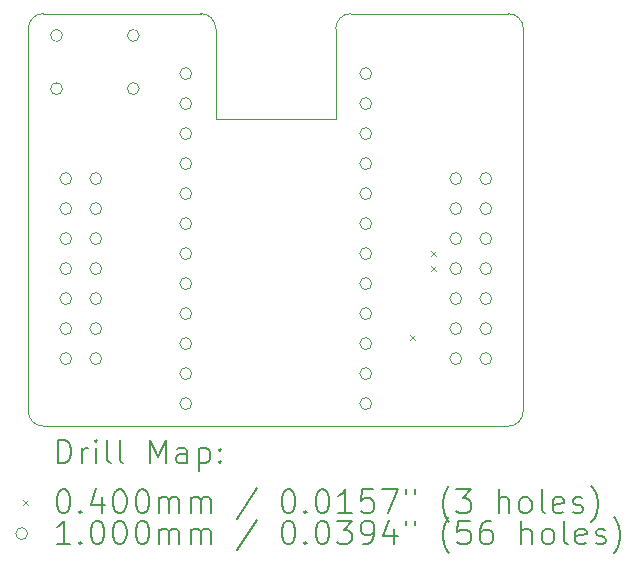
<source format=gbr>
%TF.GenerationSoftware,KiCad,Pcbnew,(6.0.10-0)*%
%TF.CreationDate,2023-01-12T22:41:01+08:00*%
%TF.ProjectId,Control,436f6e74-726f-46c2-9e6b-696361645f70,V3.2.2*%
%TF.SameCoordinates,PX7df6180PY32de760*%
%TF.FileFunction,Drillmap*%
%TF.FilePolarity,Positive*%
%FSLAX45Y45*%
G04 Gerber Fmt 4.5, Leading zero omitted, Abs format (unit mm)*
G04 Created by KiCad (PCBNEW (6.0.10-0)) date 2023-01-12 22:41:01*
%MOMM*%
%LPD*%
G01*
G04 APERTURE LIST*
%ADD10C,0.120000*%
%ADD11C,0.200000*%
%ADD12C,0.040000*%
%ADD13C,0.100000*%
G04 APERTURE END LIST*
D10*
X1270000Y-381000D02*
X254000Y-381000D01*
X2730500Y-2984500D02*
X-1206500Y-2984500D01*
X-1333500Y-2857500D02*
X-1333500Y381000D01*
X1397000Y508000D02*
G75*
G03*
X1270000Y381000I0J-127000D01*
G01*
X2857500Y381000D02*
G75*
G03*
X2730500Y508000I-127000J0D01*
G01*
X-1333500Y-2857500D02*
G75*
G03*
X-1206500Y-2984500I127000J0D01*
G01*
X1270000Y381000D02*
X1270000Y-381000D01*
X2730500Y-2984500D02*
G75*
G03*
X2857500Y-2857500I0J127000D01*
G01*
X-1206500Y508000D02*
G75*
G03*
X-1333500Y381000I0J-127000D01*
G01*
X254000Y-381000D02*
X254000Y381000D01*
X1397000Y508000D02*
X2730500Y508000D01*
X2857500Y381000D02*
X2857500Y-2857500D01*
X254000Y381000D02*
G75*
G03*
X127000Y508000I-127000J0D01*
G01*
X127000Y508000D02*
X-1206500Y508000D01*
D11*
D12*
X1896951Y-2211450D02*
X1936951Y-2251450D01*
X1936951Y-2211450D02*
X1896951Y-2251450D01*
X2075500Y-1504000D02*
X2115500Y-1544000D01*
X2115500Y-1504000D02*
X2075500Y-1544000D01*
X2075500Y-1631000D02*
X2115500Y-1671000D01*
X2115500Y-1631000D02*
X2075500Y-1671000D01*
D13*
X-1044500Y323000D02*
G75*
G03*
X-1044500Y323000I-50000J0D01*
G01*
X-1044500Y-127000D02*
G75*
G03*
X-1044500Y-127000I-50000J0D01*
G01*
X-966000Y-889000D02*
G75*
G03*
X-966000Y-889000I-50000J0D01*
G01*
X-966000Y-1143000D02*
G75*
G03*
X-966000Y-1143000I-50000J0D01*
G01*
X-966000Y-1397000D02*
G75*
G03*
X-966000Y-1397000I-50000J0D01*
G01*
X-966000Y-1651000D02*
G75*
G03*
X-966000Y-1651000I-50000J0D01*
G01*
X-966000Y-1905000D02*
G75*
G03*
X-966000Y-1905000I-50000J0D01*
G01*
X-966000Y-2159000D02*
G75*
G03*
X-966000Y-2159000I-50000J0D01*
G01*
X-966000Y-2413000D02*
G75*
G03*
X-966000Y-2413000I-50000J0D01*
G01*
X-712000Y-889000D02*
G75*
G03*
X-712000Y-889000I-50000J0D01*
G01*
X-712000Y-1143000D02*
G75*
G03*
X-712000Y-1143000I-50000J0D01*
G01*
X-712000Y-1397000D02*
G75*
G03*
X-712000Y-1397000I-50000J0D01*
G01*
X-712000Y-1651000D02*
G75*
G03*
X-712000Y-1651000I-50000J0D01*
G01*
X-712000Y-1905000D02*
G75*
G03*
X-712000Y-1905000I-50000J0D01*
G01*
X-712000Y-2159000D02*
G75*
G03*
X-712000Y-2159000I-50000J0D01*
G01*
X-712000Y-2413000D02*
G75*
G03*
X-712000Y-2413000I-50000J0D01*
G01*
X-394500Y323000D02*
G75*
G03*
X-394500Y323000I-50000J0D01*
G01*
X-394500Y-127000D02*
G75*
G03*
X-394500Y-127000I-50000J0D01*
G01*
X50000Y0D02*
G75*
G03*
X50000Y0I-50000J0D01*
G01*
X50000Y-254000D02*
G75*
G03*
X50000Y-254000I-50000J0D01*
G01*
X50000Y-508000D02*
G75*
G03*
X50000Y-508000I-50000J0D01*
G01*
X50000Y-762000D02*
G75*
G03*
X50000Y-762000I-50000J0D01*
G01*
X50000Y-1016000D02*
G75*
G03*
X50000Y-1016000I-50000J0D01*
G01*
X50000Y-1270000D02*
G75*
G03*
X50000Y-1270000I-50000J0D01*
G01*
X50000Y-1524000D02*
G75*
G03*
X50000Y-1524000I-50000J0D01*
G01*
X50000Y-1778000D02*
G75*
G03*
X50000Y-1778000I-50000J0D01*
G01*
X50000Y-2032000D02*
G75*
G03*
X50000Y-2032000I-50000J0D01*
G01*
X50000Y-2286000D02*
G75*
G03*
X50000Y-2286000I-50000J0D01*
G01*
X50000Y-2540000D02*
G75*
G03*
X50000Y-2540000I-50000J0D01*
G01*
X50000Y-2794000D02*
G75*
G03*
X50000Y-2794000I-50000J0D01*
G01*
X1574000Y0D02*
G75*
G03*
X1574000Y0I-50000J0D01*
G01*
X1574000Y-254000D02*
G75*
G03*
X1574000Y-254000I-50000J0D01*
G01*
X1574000Y-508000D02*
G75*
G03*
X1574000Y-508000I-50000J0D01*
G01*
X1574000Y-762000D02*
G75*
G03*
X1574000Y-762000I-50000J0D01*
G01*
X1574000Y-1016000D02*
G75*
G03*
X1574000Y-1016000I-50000J0D01*
G01*
X1574000Y-1270000D02*
G75*
G03*
X1574000Y-1270000I-50000J0D01*
G01*
X1574000Y-1524000D02*
G75*
G03*
X1574000Y-1524000I-50000J0D01*
G01*
X1574000Y-1778000D02*
G75*
G03*
X1574000Y-1778000I-50000J0D01*
G01*
X1574000Y-2032000D02*
G75*
G03*
X1574000Y-2032000I-50000J0D01*
G01*
X1574000Y-2286000D02*
G75*
G03*
X1574000Y-2286000I-50000J0D01*
G01*
X1574000Y-2540000D02*
G75*
G03*
X1574000Y-2540000I-50000J0D01*
G01*
X1574000Y-2794000D02*
G75*
G03*
X1574000Y-2794000I-50000J0D01*
G01*
X2336000Y-889000D02*
G75*
G03*
X2336000Y-889000I-50000J0D01*
G01*
X2336000Y-1143000D02*
G75*
G03*
X2336000Y-1143000I-50000J0D01*
G01*
X2336000Y-1397000D02*
G75*
G03*
X2336000Y-1397000I-50000J0D01*
G01*
X2336000Y-1651000D02*
G75*
G03*
X2336000Y-1651000I-50000J0D01*
G01*
X2336000Y-1905000D02*
G75*
G03*
X2336000Y-1905000I-50000J0D01*
G01*
X2336000Y-2159000D02*
G75*
G03*
X2336000Y-2159000I-50000J0D01*
G01*
X2336000Y-2413000D02*
G75*
G03*
X2336000Y-2413000I-50000J0D01*
G01*
X2590000Y-889000D02*
G75*
G03*
X2590000Y-889000I-50000J0D01*
G01*
X2590000Y-1143000D02*
G75*
G03*
X2590000Y-1143000I-50000J0D01*
G01*
X2590000Y-1397000D02*
G75*
G03*
X2590000Y-1397000I-50000J0D01*
G01*
X2590000Y-1651000D02*
G75*
G03*
X2590000Y-1651000I-50000J0D01*
G01*
X2590000Y-1905000D02*
G75*
G03*
X2590000Y-1905000I-50000J0D01*
G01*
X2590000Y-2159000D02*
G75*
G03*
X2590000Y-2159000I-50000J0D01*
G01*
X2590000Y-2413000D02*
G75*
G03*
X2590000Y-2413000I-50000J0D01*
G01*
D11*
X-1081881Y-3300976D02*
X-1081881Y-3100976D01*
X-1034262Y-3100976D01*
X-1005690Y-3110500D01*
X-986643Y-3129548D01*
X-977119Y-3148595D01*
X-967595Y-3186690D01*
X-967595Y-3215262D01*
X-977119Y-3253357D01*
X-986643Y-3272405D01*
X-1005690Y-3291452D01*
X-1034262Y-3300976D01*
X-1081881Y-3300976D01*
X-881881Y-3300976D02*
X-881881Y-3167643D01*
X-881881Y-3205738D02*
X-872357Y-3186690D01*
X-862833Y-3177167D01*
X-843786Y-3167643D01*
X-824738Y-3167643D01*
X-758071Y-3300976D02*
X-758071Y-3167643D01*
X-758071Y-3100976D02*
X-767595Y-3110500D01*
X-758071Y-3120024D01*
X-748548Y-3110500D01*
X-758071Y-3100976D01*
X-758071Y-3120024D01*
X-634262Y-3300976D02*
X-653310Y-3291452D01*
X-662833Y-3272405D01*
X-662833Y-3100976D01*
X-529500Y-3300976D02*
X-548548Y-3291452D01*
X-558072Y-3272405D01*
X-558072Y-3100976D01*
X-300929Y-3300976D02*
X-300929Y-3100976D01*
X-234262Y-3243833D01*
X-167595Y-3100976D01*
X-167595Y-3300976D01*
X13357Y-3300976D02*
X13357Y-3196214D01*
X3833Y-3177167D01*
X-15214Y-3167643D01*
X-53310Y-3167643D01*
X-72357Y-3177167D01*
X13357Y-3291452D02*
X-5690Y-3300976D01*
X-53310Y-3300976D01*
X-72357Y-3291452D01*
X-81881Y-3272405D01*
X-81881Y-3253357D01*
X-72357Y-3234309D01*
X-53310Y-3224786D01*
X-5690Y-3224786D01*
X13357Y-3215262D01*
X108595Y-3167643D02*
X108595Y-3367643D01*
X108595Y-3177167D02*
X127643Y-3167643D01*
X165738Y-3167643D01*
X184786Y-3177167D01*
X194309Y-3186690D01*
X203833Y-3205738D01*
X203833Y-3262881D01*
X194309Y-3281928D01*
X184786Y-3291452D01*
X165738Y-3300976D01*
X127643Y-3300976D01*
X108595Y-3291452D01*
X289548Y-3281928D02*
X299071Y-3291452D01*
X289548Y-3300976D01*
X280024Y-3291452D01*
X289548Y-3281928D01*
X289548Y-3300976D01*
X289548Y-3177167D02*
X299071Y-3186690D01*
X289548Y-3196214D01*
X280024Y-3186690D01*
X289548Y-3177167D01*
X289548Y-3196214D01*
D12*
X-1379500Y-3610500D02*
X-1339500Y-3650500D01*
X-1339500Y-3610500D02*
X-1379500Y-3650500D01*
D11*
X-1043786Y-3520976D02*
X-1024738Y-3520976D01*
X-1005690Y-3530500D01*
X-996167Y-3540024D01*
X-986643Y-3559071D01*
X-977119Y-3597167D01*
X-977119Y-3644786D01*
X-986643Y-3682881D01*
X-996167Y-3701928D01*
X-1005690Y-3711452D01*
X-1024738Y-3720976D01*
X-1043786Y-3720976D01*
X-1062833Y-3711452D01*
X-1072357Y-3701928D01*
X-1081881Y-3682881D01*
X-1091405Y-3644786D01*
X-1091405Y-3597167D01*
X-1081881Y-3559071D01*
X-1072357Y-3540024D01*
X-1062833Y-3530500D01*
X-1043786Y-3520976D01*
X-891405Y-3701928D02*
X-881881Y-3711452D01*
X-891405Y-3720976D01*
X-900929Y-3711452D01*
X-891405Y-3701928D01*
X-891405Y-3720976D01*
X-710452Y-3587643D02*
X-710452Y-3720976D01*
X-758071Y-3511452D02*
X-805690Y-3654309D01*
X-681881Y-3654309D01*
X-567595Y-3520976D02*
X-548548Y-3520976D01*
X-529500Y-3530500D01*
X-519976Y-3540024D01*
X-510452Y-3559071D01*
X-500929Y-3597167D01*
X-500929Y-3644786D01*
X-510452Y-3682881D01*
X-519976Y-3701928D01*
X-529500Y-3711452D01*
X-548548Y-3720976D01*
X-567595Y-3720976D01*
X-586643Y-3711452D01*
X-596167Y-3701928D01*
X-605691Y-3682881D01*
X-615214Y-3644786D01*
X-615214Y-3597167D01*
X-605691Y-3559071D01*
X-596167Y-3540024D01*
X-586643Y-3530500D01*
X-567595Y-3520976D01*
X-377119Y-3520976D02*
X-358071Y-3520976D01*
X-339024Y-3530500D01*
X-329500Y-3540024D01*
X-319976Y-3559071D01*
X-310452Y-3597167D01*
X-310452Y-3644786D01*
X-319976Y-3682881D01*
X-329500Y-3701928D01*
X-339024Y-3711452D01*
X-358071Y-3720976D01*
X-377119Y-3720976D01*
X-396167Y-3711452D01*
X-405690Y-3701928D01*
X-415214Y-3682881D01*
X-424738Y-3644786D01*
X-424738Y-3597167D01*
X-415214Y-3559071D01*
X-405690Y-3540024D01*
X-396167Y-3530500D01*
X-377119Y-3520976D01*
X-224738Y-3720976D02*
X-224738Y-3587643D01*
X-224738Y-3606690D02*
X-215214Y-3597167D01*
X-196167Y-3587643D01*
X-167595Y-3587643D01*
X-148548Y-3597167D01*
X-139024Y-3616214D01*
X-139024Y-3720976D01*
X-139024Y-3616214D02*
X-129500Y-3597167D01*
X-110452Y-3587643D01*
X-81881Y-3587643D01*
X-62833Y-3597167D01*
X-53310Y-3616214D01*
X-53310Y-3720976D01*
X41929Y-3720976D02*
X41929Y-3587643D01*
X41929Y-3606690D02*
X51452Y-3597167D01*
X70500Y-3587643D01*
X99071Y-3587643D01*
X118119Y-3597167D01*
X127643Y-3616214D01*
X127643Y-3720976D01*
X127643Y-3616214D02*
X137167Y-3597167D01*
X156214Y-3587643D01*
X184786Y-3587643D01*
X203833Y-3597167D01*
X213357Y-3616214D01*
X213357Y-3720976D01*
X603833Y-3511452D02*
X432405Y-3768595D01*
X860976Y-3520976D02*
X880024Y-3520976D01*
X899071Y-3530500D01*
X908595Y-3540024D01*
X918119Y-3559071D01*
X927643Y-3597167D01*
X927643Y-3644786D01*
X918119Y-3682881D01*
X908595Y-3701928D01*
X899071Y-3711452D01*
X880024Y-3720976D01*
X860976Y-3720976D01*
X841928Y-3711452D01*
X832405Y-3701928D01*
X822881Y-3682881D01*
X813357Y-3644786D01*
X813357Y-3597167D01*
X822881Y-3559071D01*
X832405Y-3540024D01*
X841928Y-3530500D01*
X860976Y-3520976D01*
X1013357Y-3701928D02*
X1022881Y-3711452D01*
X1013357Y-3720976D01*
X1003833Y-3711452D01*
X1013357Y-3701928D01*
X1013357Y-3720976D01*
X1146690Y-3520976D02*
X1165738Y-3520976D01*
X1184786Y-3530500D01*
X1194310Y-3540024D01*
X1203833Y-3559071D01*
X1213357Y-3597167D01*
X1213357Y-3644786D01*
X1203833Y-3682881D01*
X1194310Y-3701928D01*
X1184786Y-3711452D01*
X1165738Y-3720976D01*
X1146690Y-3720976D01*
X1127643Y-3711452D01*
X1118119Y-3701928D01*
X1108595Y-3682881D01*
X1099071Y-3644786D01*
X1099071Y-3597167D01*
X1108595Y-3559071D01*
X1118119Y-3540024D01*
X1127643Y-3530500D01*
X1146690Y-3520976D01*
X1403833Y-3720976D02*
X1289548Y-3720976D01*
X1346690Y-3720976D02*
X1346690Y-3520976D01*
X1327643Y-3549548D01*
X1308595Y-3568595D01*
X1289548Y-3578119D01*
X1584786Y-3520976D02*
X1489548Y-3520976D01*
X1480024Y-3616214D01*
X1489548Y-3606690D01*
X1508595Y-3597167D01*
X1556214Y-3597167D01*
X1575262Y-3606690D01*
X1584786Y-3616214D01*
X1594309Y-3635262D01*
X1594309Y-3682881D01*
X1584786Y-3701928D01*
X1575262Y-3711452D01*
X1556214Y-3720976D01*
X1508595Y-3720976D01*
X1489548Y-3711452D01*
X1480024Y-3701928D01*
X1660976Y-3520976D02*
X1794309Y-3520976D01*
X1708595Y-3720976D01*
X1860976Y-3520976D02*
X1860976Y-3559071D01*
X1937167Y-3520976D02*
X1937167Y-3559071D01*
X2232405Y-3797167D02*
X2222881Y-3787643D01*
X2203833Y-3759071D01*
X2194310Y-3740024D01*
X2184786Y-3711452D01*
X2175262Y-3663833D01*
X2175262Y-3625738D01*
X2184786Y-3578119D01*
X2194310Y-3549548D01*
X2203833Y-3530500D01*
X2222881Y-3501928D01*
X2232405Y-3492405D01*
X2289548Y-3520976D02*
X2413357Y-3520976D01*
X2346690Y-3597167D01*
X2375262Y-3597167D01*
X2394310Y-3606690D01*
X2403833Y-3616214D01*
X2413357Y-3635262D01*
X2413357Y-3682881D01*
X2403833Y-3701928D01*
X2394310Y-3711452D01*
X2375262Y-3720976D01*
X2318119Y-3720976D01*
X2299071Y-3711452D01*
X2289548Y-3701928D01*
X2651452Y-3720976D02*
X2651452Y-3520976D01*
X2737167Y-3720976D02*
X2737167Y-3616214D01*
X2727643Y-3597167D01*
X2708595Y-3587643D01*
X2680024Y-3587643D01*
X2660976Y-3597167D01*
X2651452Y-3606690D01*
X2860976Y-3720976D02*
X2841928Y-3711452D01*
X2832405Y-3701928D01*
X2822881Y-3682881D01*
X2822881Y-3625738D01*
X2832405Y-3606690D01*
X2841928Y-3597167D01*
X2860976Y-3587643D01*
X2889548Y-3587643D01*
X2908595Y-3597167D01*
X2918119Y-3606690D01*
X2927643Y-3625738D01*
X2927643Y-3682881D01*
X2918119Y-3701928D01*
X2908595Y-3711452D01*
X2889548Y-3720976D01*
X2860976Y-3720976D01*
X3041928Y-3720976D02*
X3022881Y-3711452D01*
X3013357Y-3692405D01*
X3013357Y-3520976D01*
X3194309Y-3711452D02*
X3175262Y-3720976D01*
X3137167Y-3720976D01*
X3118119Y-3711452D01*
X3108595Y-3692405D01*
X3108595Y-3616214D01*
X3118119Y-3597167D01*
X3137167Y-3587643D01*
X3175262Y-3587643D01*
X3194309Y-3597167D01*
X3203833Y-3616214D01*
X3203833Y-3635262D01*
X3108595Y-3654309D01*
X3280024Y-3711452D02*
X3299071Y-3720976D01*
X3337167Y-3720976D01*
X3356214Y-3711452D01*
X3365738Y-3692405D01*
X3365738Y-3682881D01*
X3356214Y-3663833D01*
X3337167Y-3654309D01*
X3308595Y-3654309D01*
X3289548Y-3644786D01*
X3280024Y-3625738D01*
X3280024Y-3616214D01*
X3289548Y-3597167D01*
X3308595Y-3587643D01*
X3337167Y-3587643D01*
X3356214Y-3597167D01*
X3432405Y-3797167D02*
X3441928Y-3787643D01*
X3460976Y-3759071D01*
X3470500Y-3740024D01*
X3480024Y-3711452D01*
X3489548Y-3663833D01*
X3489548Y-3625738D01*
X3480024Y-3578119D01*
X3470500Y-3549548D01*
X3460976Y-3530500D01*
X3441928Y-3501928D01*
X3432405Y-3492405D01*
D13*
X-1339500Y-3894500D02*
G75*
G03*
X-1339500Y-3894500I-50000J0D01*
G01*
D11*
X-977119Y-3984976D02*
X-1091405Y-3984976D01*
X-1034262Y-3984976D02*
X-1034262Y-3784976D01*
X-1053310Y-3813548D01*
X-1072357Y-3832595D01*
X-1091405Y-3842119D01*
X-891405Y-3965928D02*
X-881881Y-3975452D01*
X-891405Y-3984976D01*
X-900929Y-3975452D01*
X-891405Y-3965928D01*
X-891405Y-3984976D01*
X-758071Y-3784976D02*
X-739024Y-3784976D01*
X-719976Y-3794500D01*
X-710452Y-3804024D01*
X-700929Y-3823071D01*
X-691405Y-3861167D01*
X-691405Y-3908786D01*
X-700929Y-3946881D01*
X-710452Y-3965928D01*
X-719976Y-3975452D01*
X-739024Y-3984976D01*
X-758071Y-3984976D01*
X-777119Y-3975452D01*
X-786643Y-3965928D01*
X-796167Y-3946881D01*
X-805690Y-3908786D01*
X-805690Y-3861167D01*
X-796167Y-3823071D01*
X-786643Y-3804024D01*
X-777119Y-3794500D01*
X-758071Y-3784976D01*
X-567595Y-3784976D02*
X-548548Y-3784976D01*
X-529500Y-3794500D01*
X-519976Y-3804024D01*
X-510452Y-3823071D01*
X-500929Y-3861167D01*
X-500929Y-3908786D01*
X-510452Y-3946881D01*
X-519976Y-3965928D01*
X-529500Y-3975452D01*
X-548548Y-3984976D01*
X-567595Y-3984976D01*
X-586643Y-3975452D01*
X-596167Y-3965928D01*
X-605691Y-3946881D01*
X-615214Y-3908786D01*
X-615214Y-3861167D01*
X-605691Y-3823071D01*
X-596167Y-3804024D01*
X-586643Y-3794500D01*
X-567595Y-3784976D01*
X-377119Y-3784976D02*
X-358071Y-3784976D01*
X-339024Y-3794500D01*
X-329500Y-3804024D01*
X-319976Y-3823071D01*
X-310452Y-3861167D01*
X-310452Y-3908786D01*
X-319976Y-3946881D01*
X-329500Y-3965928D01*
X-339024Y-3975452D01*
X-358071Y-3984976D01*
X-377119Y-3984976D01*
X-396167Y-3975452D01*
X-405690Y-3965928D01*
X-415214Y-3946881D01*
X-424738Y-3908786D01*
X-424738Y-3861167D01*
X-415214Y-3823071D01*
X-405690Y-3804024D01*
X-396167Y-3794500D01*
X-377119Y-3784976D01*
X-224738Y-3984976D02*
X-224738Y-3851643D01*
X-224738Y-3870690D02*
X-215214Y-3861167D01*
X-196167Y-3851643D01*
X-167595Y-3851643D01*
X-148548Y-3861167D01*
X-139024Y-3880214D01*
X-139024Y-3984976D01*
X-139024Y-3880214D02*
X-129500Y-3861167D01*
X-110452Y-3851643D01*
X-81881Y-3851643D01*
X-62833Y-3861167D01*
X-53310Y-3880214D01*
X-53310Y-3984976D01*
X41929Y-3984976D02*
X41929Y-3851643D01*
X41929Y-3870690D02*
X51452Y-3861167D01*
X70500Y-3851643D01*
X99071Y-3851643D01*
X118119Y-3861167D01*
X127643Y-3880214D01*
X127643Y-3984976D01*
X127643Y-3880214D02*
X137167Y-3861167D01*
X156214Y-3851643D01*
X184786Y-3851643D01*
X203833Y-3861167D01*
X213357Y-3880214D01*
X213357Y-3984976D01*
X603833Y-3775452D02*
X432405Y-4032595D01*
X860976Y-3784976D02*
X880024Y-3784976D01*
X899071Y-3794500D01*
X908595Y-3804024D01*
X918119Y-3823071D01*
X927643Y-3861167D01*
X927643Y-3908786D01*
X918119Y-3946881D01*
X908595Y-3965928D01*
X899071Y-3975452D01*
X880024Y-3984976D01*
X860976Y-3984976D01*
X841928Y-3975452D01*
X832405Y-3965928D01*
X822881Y-3946881D01*
X813357Y-3908786D01*
X813357Y-3861167D01*
X822881Y-3823071D01*
X832405Y-3804024D01*
X841928Y-3794500D01*
X860976Y-3784976D01*
X1013357Y-3965928D02*
X1022881Y-3975452D01*
X1013357Y-3984976D01*
X1003833Y-3975452D01*
X1013357Y-3965928D01*
X1013357Y-3984976D01*
X1146690Y-3784976D02*
X1165738Y-3784976D01*
X1184786Y-3794500D01*
X1194310Y-3804024D01*
X1203833Y-3823071D01*
X1213357Y-3861167D01*
X1213357Y-3908786D01*
X1203833Y-3946881D01*
X1194310Y-3965928D01*
X1184786Y-3975452D01*
X1165738Y-3984976D01*
X1146690Y-3984976D01*
X1127643Y-3975452D01*
X1118119Y-3965928D01*
X1108595Y-3946881D01*
X1099071Y-3908786D01*
X1099071Y-3861167D01*
X1108595Y-3823071D01*
X1118119Y-3804024D01*
X1127643Y-3794500D01*
X1146690Y-3784976D01*
X1280024Y-3784976D02*
X1403833Y-3784976D01*
X1337167Y-3861167D01*
X1365738Y-3861167D01*
X1384786Y-3870690D01*
X1394310Y-3880214D01*
X1403833Y-3899262D01*
X1403833Y-3946881D01*
X1394310Y-3965928D01*
X1384786Y-3975452D01*
X1365738Y-3984976D01*
X1308595Y-3984976D01*
X1289548Y-3975452D01*
X1280024Y-3965928D01*
X1499071Y-3984976D02*
X1537167Y-3984976D01*
X1556214Y-3975452D01*
X1565738Y-3965928D01*
X1584786Y-3937357D01*
X1594309Y-3899262D01*
X1594309Y-3823071D01*
X1584786Y-3804024D01*
X1575262Y-3794500D01*
X1556214Y-3784976D01*
X1518119Y-3784976D01*
X1499071Y-3794500D01*
X1489548Y-3804024D01*
X1480024Y-3823071D01*
X1480024Y-3870690D01*
X1489548Y-3889738D01*
X1499071Y-3899262D01*
X1518119Y-3908786D01*
X1556214Y-3908786D01*
X1575262Y-3899262D01*
X1584786Y-3889738D01*
X1594309Y-3870690D01*
X1765738Y-3851643D02*
X1765738Y-3984976D01*
X1718119Y-3775452D02*
X1670500Y-3918309D01*
X1794309Y-3918309D01*
X1860976Y-3784976D02*
X1860976Y-3823071D01*
X1937167Y-3784976D02*
X1937167Y-3823071D01*
X2232405Y-4061167D02*
X2222881Y-4051643D01*
X2203833Y-4023071D01*
X2194310Y-4004024D01*
X2184786Y-3975452D01*
X2175262Y-3927833D01*
X2175262Y-3889738D01*
X2184786Y-3842119D01*
X2194310Y-3813548D01*
X2203833Y-3794500D01*
X2222881Y-3765928D01*
X2232405Y-3756405D01*
X2403833Y-3784976D02*
X2308595Y-3784976D01*
X2299071Y-3880214D01*
X2308595Y-3870690D01*
X2327643Y-3861167D01*
X2375262Y-3861167D01*
X2394310Y-3870690D01*
X2403833Y-3880214D01*
X2413357Y-3899262D01*
X2413357Y-3946881D01*
X2403833Y-3965928D01*
X2394310Y-3975452D01*
X2375262Y-3984976D01*
X2327643Y-3984976D01*
X2308595Y-3975452D01*
X2299071Y-3965928D01*
X2584786Y-3784976D02*
X2546690Y-3784976D01*
X2527643Y-3794500D01*
X2518119Y-3804024D01*
X2499071Y-3832595D01*
X2489548Y-3870690D01*
X2489548Y-3946881D01*
X2499071Y-3965928D01*
X2508595Y-3975452D01*
X2527643Y-3984976D01*
X2565738Y-3984976D01*
X2584786Y-3975452D01*
X2594310Y-3965928D01*
X2603833Y-3946881D01*
X2603833Y-3899262D01*
X2594310Y-3880214D01*
X2584786Y-3870690D01*
X2565738Y-3861167D01*
X2527643Y-3861167D01*
X2508595Y-3870690D01*
X2499071Y-3880214D01*
X2489548Y-3899262D01*
X2841928Y-3984976D02*
X2841928Y-3784976D01*
X2927643Y-3984976D02*
X2927643Y-3880214D01*
X2918119Y-3861167D01*
X2899071Y-3851643D01*
X2870500Y-3851643D01*
X2851452Y-3861167D01*
X2841928Y-3870690D01*
X3051452Y-3984976D02*
X3032405Y-3975452D01*
X3022881Y-3965928D01*
X3013357Y-3946881D01*
X3013357Y-3889738D01*
X3022881Y-3870690D01*
X3032405Y-3861167D01*
X3051452Y-3851643D01*
X3080024Y-3851643D01*
X3099071Y-3861167D01*
X3108595Y-3870690D01*
X3118119Y-3889738D01*
X3118119Y-3946881D01*
X3108595Y-3965928D01*
X3099071Y-3975452D01*
X3080024Y-3984976D01*
X3051452Y-3984976D01*
X3232405Y-3984976D02*
X3213357Y-3975452D01*
X3203833Y-3956405D01*
X3203833Y-3784976D01*
X3384786Y-3975452D02*
X3365738Y-3984976D01*
X3327643Y-3984976D01*
X3308595Y-3975452D01*
X3299071Y-3956405D01*
X3299071Y-3880214D01*
X3308595Y-3861167D01*
X3327643Y-3851643D01*
X3365738Y-3851643D01*
X3384786Y-3861167D01*
X3394309Y-3880214D01*
X3394309Y-3899262D01*
X3299071Y-3918309D01*
X3470500Y-3975452D02*
X3489548Y-3984976D01*
X3527643Y-3984976D01*
X3546690Y-3975452D01*
X3556214Y-3956405D01*
X3556214Y-3946881D01*
X3546690Y-3927833D01*
X3527643Y-3918309D01*
X3499071Y-3918309D01*
X3480024Y-3908786D01*
X3470500Y-3889738D01*
X3470500Y-3880214D01*
X3480024Y-3861167D01*
X3499071Y-3851643D01*
X3527643Y-3851643D01*
X3546690Y-3861167D01*
X3622881Y-4061167D02*
X3632405Y-4051643D01*
X3651452Y-4023071D01*
X3660976Y-4004024D01*
X3670500Y-3975452D01*
X3680024Y-3927833D01*
X3680024Y-3889738D01*
X3670500Y-3842119D01*
X3660976Y-3813548D01*
X3651452Y-3794500D01*
X3632405Y-3765928D01*
X3622881Y-3756405D01*
M02*

</source>
